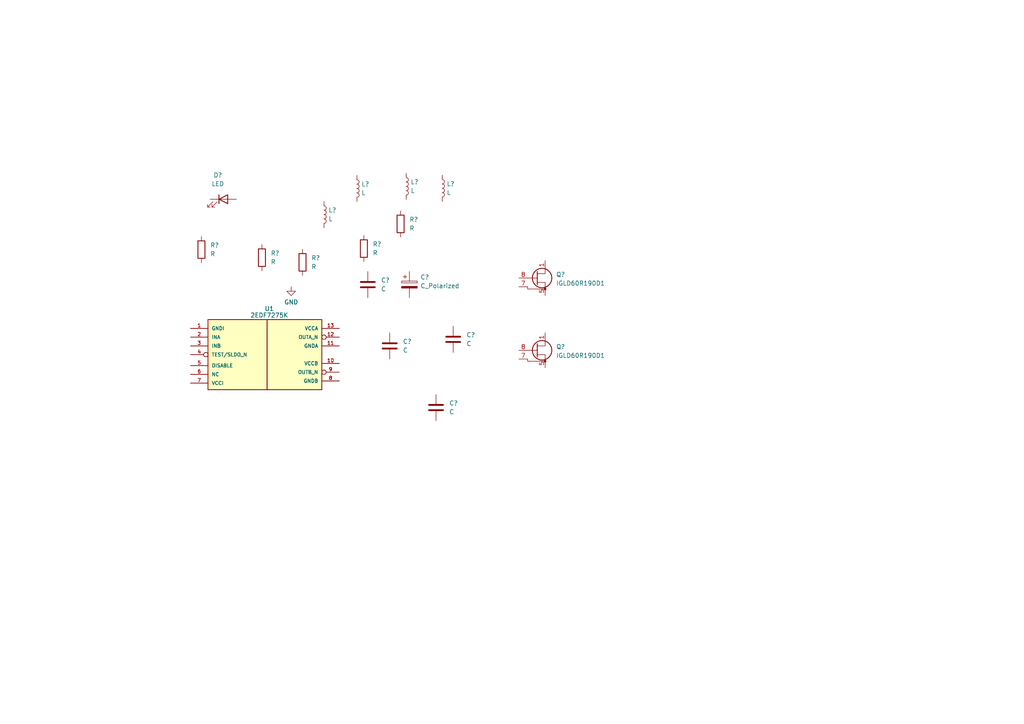
<source format=kicad_sch>
(kicad_sch (version 20211123) (generator eeschema)
  (paper "A4")
  (lib_symbols
    (symbol "2EDF7275K:2EDF7275K" (pin_names (offset 1.016))
      (property "Reference" "U1" (at 17.78 1.27 0))
      (property "Value" "2EDF7275K" (at 17.78 -0.635 0))
      (symbol "2EDF7275K_0_0"
        (rectangle (start 0 -1.905) (end 33.02 -22.225) (stroke (width 0.254)) (fill (type background)))
        (polyline (pts (xy 17.145 -1.905) (xy 17.145 -22.225)) (stroke (width 0.254)))
        (pin power_in line (at -5.08 -4.445 0) (length 5.08) (name "GNDI") (number "1"))
        (pin power_in line (at 38.1 -14.605 180) (length 5.08) (name "VCCB") (number "10"))
        (pin power_in line (at 38.1 -9.525 180) (length 5.08) (name "GNDA") (number "11"))
        (pin output inverted (at 38.1 -6.985 180) (length 5.08) (name "OUTA_N") (number "12"))
        (pin power_in line (at 38.1 -4.445 180) (length 5.08) (name "VCCA") (number "13"))
        (pin input line (at -5.08 -6.985 0) (length 5.08) (name "INA") (number "2"))
        (pin input line (at -5.08 -9.525 0) (length 5.08) (name "INB") (number "3"))
        (pin input inverted (at -5.08 -12.065 0) (length 5.08) (name "TEST/SLDO_N") (number "4"))
        (pin input line (at -5.08 -15.24 0) (length 5.08) (name "DISABLE") (number "5"))
        (pin passive line (at -5.08 -17.78 0) (length 5.08) (name "NC") (number "6"))
        (pin power_in line (at -5.08 -20.32 0) (length 5.08) (name "VCCI") (number "7"))
        (pin power_in line (at 38.1 -19.685 180) (length 5.08) (name "GNDB") (number "8"))
        (pin output inverted (at 38.1 -17.145 180) (length 5.08) (name "OUTB_N") (number "9"))
      )
    )
    (symbol "Device:C" (pin_numbers hide) (pin_names (offset 0.254))
      (property "Reference" "C" (at 0.635 2.54 0))
      (property "Value" "C" (at 0.635 -2.54 0))
      (symbol "C_0_1"
        (polyline (pts (xy -2.032 -0.762) (xy 2.032 -0.762)) (stroke (width 0.508)))
        (polyline (pts (xy -2.032 0.762) (xy 2.032 0.762)) (stroke (width 0.508)))
      )
      (symbol "C_1_1"
        (pin passive line (at 0 3.81 270) (length 2.794) (name "~") (number "1"))
        (pin passive line (at 0 -3.81 90) (length 2.794) (name "~") (number "2"))
      )
    )
    (symbol "Device:C_Polarized" (pin_numbers hide) (pin_names (offset 0.254))
      (property "Reference" "C" (at 0.635 2.54 0))
      (property "Value" "C_Polarized" (at 0.635 -2.54 0))
      (symbol "C_Polarized_0_1"
        (rectangle (start -2.286 0.508) (end 2.286 1.016))
        (polyline (pts (xy -1.778 2.286) (xy -0.762 2.286)))
        (polyline (pts (xy -1.27 2.794) (xy -1.27 1.778)))
        (rectangle (start 2.286 -0.508) (end -2.286 -1.016) (fill (type outline)))
      )
      (symbol "C_Polarized_1_1"
        (pin passive line (at 0 3.81 270) (length 2.794) (name "~") (number "1"))
        (pin passive line (at 0 -3.81 90) (length 2.794) (name "~") (number "2"))
      )
    )
    (symbol "Device:L" (pin_numbers hide) (pin_names (offset 1.016) hide)
      (property "Reference" "L" (at -1.27 0 90))
      (property "Value" "L" (at 1.905 0 90))
      (symbol "L_0_1"
        (arc (start 0 -2.54) (mid 0.635 -1.905) (end 0 -1.27))
        (arc (start 0 -1.27) (mid 0.635 -0.635) (end 0 0))
        (arc (start 0 0) (mid 0.635 0.635) (end 0 1.27))
        (arc (start 0 1.27) (mid 0.635 1.905) (end 0 2.54))
      )
      (symbol "L_1_1"
        (pin passive line (at 0 3.81 270) (length 1.27) (name "1") (number "1"))
        (pin passive line (at 0 -3.81 90) (length 1.27) (name "2") (number "2"))
      )
    )
    (symbol "Device:LED" (pin_numbers hide) (pin_names (offset 1.016) hide)
      (property "Reference" "D" (at 0 2.54 0))
      (property "Value" "LED" (at 0 -2.54 0))
      (symbol "LED_0_1"
        (polyline (pts (xy -1.27 -1.27) (xy -1.27 1.27)) (stroke (width 0.254)))
        (polyline (pts (xy -1.27 0) (xy 1.27 0)))
        (polyline (pts (xy 1.27 -1.27) (xy 1.27 1.27) (xy -1.27 0) (xy 1.27 -1.27)) (stroke (width 0.254)))
        (polyline (pts (xy -3.048 -0.762) (xy -4.572 -2.286) (xy -3.81 -2.286) (xy -4.572 -2.286) (xy -4.572 -1.524)))
        (polyline (pts (xy -1.778 -0.762) (xy -3.302 -2.286) (xy -2.54 -2.286) (xy -3.302 -2.286) (xy -3.302 -1.524)))
      )
      (symbol "LED_1_1"
        (pin passive line (at -3.81 0 0) (length 2.54) (name "K") (number "1"))
        (pin passive line (at 3.81 0 180) (length 2.54) (name "A") (number "2"))
      )
    )
    (symbol "Device:R" (pin_numbers hide) (pin_names (offset 0))
      (property "Reference" "R" (at 2.032 0 90))
      (property "Value" "R" (at 0 0 90))
      (symbol "R_0_1"
        (rectangle (start -1.016 -2.54) (end 1.016 2.54) (stroke (width 0.254)))
      )
      (symbol "R_1_1"
        (pin passive line (at 0 3.81 270) (length 1.27) (name "~") (number "1"))
        (pin passive line (at 0 -3.81 90) (length 1.27) (name "~") (number "2"))
      )
    )
    (symbol "Transistor_FET:IGLD60R190D1" (pin_names (offset 0) hide)
      (property "Reference" "Q" (at 5.08 1.905 0))
      (property "Value" "IGLD60R190D1" (at 5.08 0 0))
      (symbol "IGLD60R190D1_0_1"
        (polyline (pts (xy -2.54 0) (xy 0.254 0)))
        (polyline (pts (xy -2.54 -2.54) (xy -2.54 -3.175) (xy 2.54 -3.175)))
        (polyline (pts (xy 0.254 -1.27) (xy 2.54 -1.27) (xy 2.54 -2.54)))
        (polyline (pts (xy 0.254 1.905) (xy 0.254 -1.905) (xy 0.254 -1.905)) (stroke (width 0.254)))
        (polyline (pts (xy 2.54 2.54) (xy 2.54 1.27) (xy 0.254 1.27)))
        (circle (center 1.651 0) (radius 2.8194) (stroke (width 0.254)))
        (circle (center 2.54 -3.175) (radius 0.2794) (fill (type outline)))
      )
      (symbol "IGLD60R190D1_1_1"
        (pin passive line (at 2.54 5.08 270) (length 2.54) (name "D") (number "1"))
        (pin passive line (at 2.54 5.08 270) (length 2.54) hide (name "D") (number "2"))
        (pin passive line (at 2.54 5.08 270) (length 2.54) hide (name "D") (number "3"))
        (pin passive line (at 2.54 5.08 270) (length 2.54) hide (name "D") (number "4"))
        (pin passive line (at 2.54 -5.08 90) (length 2.54) (name "S") (number "5"))
        (pin passive line (at 2.54 -5.08 90) (length 2.54) hide (name "S") (number "6"))
        (pin passive line (at -5.08 -2.54 0) (length 2.54) (name "SS") (number "7"))
        (pin input line (at -5.08 0 0) (length 2.54) (name "G") (number "8"))
        (pin passive line (at 2.54 -5.08 90) (length 2.54) hide (name "S") (number "9"))
      )
    )
    (symbol "power:GND" (power) (pin_names (offset 0))
      (property "Value" "GND" (at 0 -3.81 0))
      (symbol "GND_0_1"
        (polyline (pts (xy 0 0) (xy 0 -1.27) (xy 1.27 -1.27) (xy 0 -2.54) (xy -1.27 -1.27) (xy 0 -1.27)))
      )
      (symbol "GND_1_1"
        (pin power_in line (at 0 0 270) (length 0) hide (name "GND") (number "1"))
      )
    )
  )
  (symbol (lib_id "Device:C") (at 113.03 100.33 0) (unit 1)
    (property "Reference" "C?" (at 116.84 99.0599 0) (effects (justify left)))
    (property "Value" "C" (at 116.84 101.5999 0) (effects (justify left)))
  )
  (symbol (lib_id "Device:C") (at 131.445 98.425 0) (unit 1)
    (property "Reference" "C?" (at 135.255 97.1549 0) (effects (justify left)))
    (property "Value" "C" (at 135.255 99.6949 0) (effects (justify left)))
  )
  (symbol (lib_id "Device:R") (at 75.9663 74.7217 0) (unit 1)
    (property "Reference" "R?" (at 78.5063 73.4516 0) (effects (justify left)))
    (property "Value" "R" (at 78.5063 75.9916 0) (effects (justify left)))
  )
  (symbol (lib_id "Device:C_Polarized") (at 118.745 82.55 0) (unit 1)
    (property "Reference" "C?" (at 121.92 80.3909 0) (effects (justify left)))
    (property "Value" "C_Polarized" (at 121.92 82.9309 0) (effects (justify left)))
  )
  (symbol (lib_id "Device:R") (at 58.42 72.39 0) (unit 1)
    (property "Reference" "R?" (at 60.96 71.1199 0) (effects (justify left)))
    (property "Value" "R" (at 60.96 73.6599 0) (effects (justify left)))
  )
  (symbol (lib_id "Transistor_FET:IGLD60R190D1") (at 155.575 80.645 0) (unit 1)
    (property "Reference" "Q?" (at 161.29 79.6289 0) (effects (justify left)))
    (property "Value" "IGLD60R190D1" (at 161.29 82.1689 0) (effects (justify left)))
    (property "Footprint" "Package_SON:Infineon_PG-LSON-8-1" (effects hide))
    (property "Datasheet" "https://www.infineon.com/dgdl/Infineon-IGLD60R190D1-DataSheet-v02_00-EN.pdf?fileId=5546d46269e1c019016a6d78ff5e2aba" (effects hide))
  )
  (symbol (lib_id "Device:L") (at 117.8183 54.0463 0) (unit 1)
    (property "Reference" "L?" (at 119.0883 52.7762 0) (effects (justify left)))
    (property "Value" "L" (at 119.0883 55.3162 0) (effects (justify left)))
  )
  (symbol (lib_id "Device:LED") (at 64.77 57.785 0) (unit 1)
    (property "Reference" "D?" (at 63.1825 50.8 0))
    (property "Value" "LED" (at 63.1825 53.34 0))
  )
  (symbol (lib_id "power:GND") (at 84.455 83.185 0) (unit 1)
    (property "Reference" "#PWR?" (effects hide))
    (property "Value" "GND" (at 84.455 87.63 0))
  )
  (symbol (lib_id "Device:C") (at 126.4644 118.2027 0) (unit 1)
    (property "Reference" "C?" (at 130.2744 116.9326 0) (effects (justify left)))
    (property "Value" "C" (at 130.2744 119.4726 0) (effects (justify left)))
  )
  (symbol (lib_id "2EDF7275K:2EDF7275K") (at 60.325 90.805 0) (unit 1)
    (property "Reference" "U1" (at 78.105 89.535 0))
    (property "Value" "2EDF7275K" (at 78.105 91.44 0))
    (property "Footprint" "TFLGA65P500X500X106-14_13N-V" (effects hide))
  )
  (symbol (lib_id "Device:R") (at 116.1893 64.9479 0) (unit 1)
    (property "Reference" "R?" (at 118.7293 63.6778 0) (effects (justify left)))
    (property "Value" "R" (at 118.7293 66.2178 0) (effects (justify left)))
  )
  (symbol (lib_id "Transistor_FET:IGLD60R190D1") (at 155.575 101.6 0) (unit 1)
    (property "Reference" "Q?" (at 161.29 100.5839 0) (effects (justify left)))
    (property "Value" "IGLD60R190D1" (at 161.29 103.1239 0) (effects (justify left)))
    (property "Footprint" "Package_SON:Infineon_PG-LSON-8-1" (effects hide))
    (property "Datasheet" "https://www.infineon.com/dgdl/Infineon-IGLD60R190D1-DataSheet-v02_00-EN.pdf?fileId=5546d46269e1c019016a6d78ff5e2aba" (effects hide))
  )
  (symbol (lib_id "Device:R") (at 105.5384 72.0903 0) (unit 1)
    (property "Reference" "R?" (at 108.0784 70.8202 0) (effects (justify left)))
    (property "Value" "R" (at 108.0784 73.3602 0) (effects (justify left)))
  )
  (symbol (lib_id "Device:L") (at 93.98 62.23 0) (unit 1)
    (property "Reference" "L?" (at 95.25 60.9599 0) (effects (justify left)))
    (property "Value" "L" (at 95.25 63.4999 0) (effects (justify left)))
  )
  (symbol (lib_id "Device:R") (at 87.745 76.1001 0) (unit 1)
    (property "Reference" "R?" (at 90.285 74.83 0) (effects (justify left)))
    (property "Value" "R" (at 90.285 77.37 0) (effects (justify left)))
  )
  (symbol (lib_id "Device:L") (at 103.5335 54.6728 0) (unit 1)
    (property "Reference" "L?" (at 104.8035 53.4027 0) (effects (justify left)))
    (property "Value" "L" (at 104.8035 55.9427 0) (effects (justify left)))
  )
  (symbol (lib_id "Device:L") (at 128.27 54.61 0) (unit 1)
    (property "Reference" "L?" (at 129.54 53.3399 0) (effects (justify left)))
    (property "Value" "L" (at 129.54 55.8799 0) (effects (justify left)))
  )
  (symbol (lib_id "Device:C") (at 106.68 82.55 0) (unit 1)
    (property "Reference" "C?" (at 110.49 81.2799 0) (effects (justify left)))
    (property "Value" "C" (at 110.49 83.8199 0) (effects (justify left)))
  )
)
</source>
